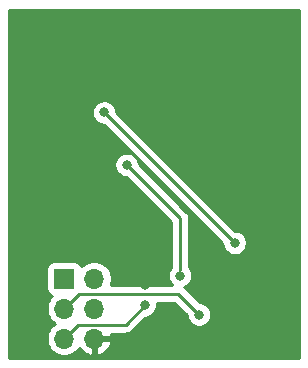
<source format=gbr>
%TF.GenerationSoftware,KiCad,Pcbnew,(5.1.9)-1*%
%TF.CreationDate,2021-01-02T03:16:17-08:00*%
%TF.ProjectId,xiao-isp-programmer,7869616f-2d69-4737-902d-70726f677261,rev?*%
%TF.SameCoordinates,Original*%
%TF.FileFunction,Copper,L2,Bot*%
%TF.FilePolarity,Positive*%
%FSLAX46Y46*%
G04 Gerber Fmt 4.6, Leading zero omitted, Abs format (unit mm)*
G04 Created by KiCad (PCBNEW (5.1.9)-1) date 2021-01-02 03:16:17*
%MOMM*%
%LPD*%
G01*
G04 APERTURE LIST*
%TA.AperFunction,ComponentPad*%
%ADD10R,1.700000X1.700000*%
%TD*%
%TA.AperFunction,ComponentPad*%
%ADD11O,1.700000X1.700000*%
%TD*%
%TA.AperFunction,ViaPad*%
%ADD12C,0.800000*%
%TD*%
%TA.AperFunction,Conductor*%
%ADD13C,0.250000*%
%TD*%
%TA.AperFunction,Conductor*%
%ADD14C,0.254000*%
%TD*%
%TA.AperFunction,Conductor*%
%ADD15C,0.100000*%
%TD*%
G04 APERTURE END LIST*
D10*
%TO.P,J1,1*%
%TO.N,MISO*%
X49530000Y-168402000D03*
D11*
%TO.P,J1,2*%
%TO.N,+5V*%
X52070000Y-168402000D03*
%TO.P,J1,3*%
%TO.N,SCK*%
X49530000Y-170942000D03*
%TO.P,J1,4*%
%TO.N,MOSI*%
X52070000Y-170942000D03*
%TO.P,J1,5*%
%TO.N,~RESET*%
X49530000Y-173482000D03*
%TO.P,J1,6*%
%TO.N,GND*%
X52070000Y-173482000D03*
%TD*%
D12*
%TO.N,GND*%
X65092500Y-168216500D03*
X45466000Y-149352000D03*
X67513199Y-150418801D03*
X56388000Y-168910000D03*
%TO.N,SCK*%
X60960000Y-171450000D03*
%TO.N,~RESET*%
X56355643Y-170685599D03*
%TO.N,OE*%
X54835660Y-158778340D03*
X59367500Y-168148000D03*
%TO.N,RESET*%
X52930660Y-154333340D03*
X63979660Y-165382340D03*
%TD*%
D13*
%TO.N,SCK*%
X50800000Y-169672000D02*
X49530000Y-170942000D01*
X59182000Y-169672000D02*
X50800000Y-169672000D01*
X60960000Y-171450000D02*
X59182000Y-169672000D01*
%TO.N,~RESET*%
X50705001Y-172306999D02*
X49530000Y-173482000D01*
X54734243Y-172306999D02*
X50705001Y-172306999D01*
X56355643Y-170685599D02*
X54734243Y-172306999D01*
%TO.N,OE*%
X59367500Y-163310180D02*
X54835660Y-158778340D01*
X59367500Y-167708500D02*
X59367500Y-163310180D01*
%TO.N,RESET*%
X52930660Y-154333340D02*
X63979660Y-165382340D01*
%TD*%
D14*
%TO.N,GND*%
X69444000Y-175108000D02*
X44856000Y-175108000D01*
X44856000Y-167552000D01*
X48041928Y-167552000D01*
X48041928Y-169252000D01*
X48054188Y-169376482D01*
X48090498Y-169496180D01*
X48149463Y-169606494D01*
X48228815Y-169703185D01*
X48325506Y-169782537D01*
X48435820Y-169841502D01*
X48508380Y-169863513D01*
X48376525Y-169995368D01*
X48214010Y-170238589D01*
X48102068Y-170508842D01*
X48045000Y-170795740D01*
X48045000Y-171088260D01*
X48102068Y-171375158D01*
X48214010Y-171645411D01*
X48376525Y-171888632D01*
X48583368Y-172095475D01*
X48757760Y-172212000D01*
X48583368Y-172328525D01*
X48376525Y-172535368D01*
X48214010Y-172778589D01*
X48102068Y-173048842D01*
X48045000Y-173335740D01*
X48045000Y-173628260D01*
X48102068Y-173915158D01*
X48214010Y-174185411D01*
X48376525Y-174428632D01*
X48583368Y-174635475D01*
X48826589Y-174797990D01*
X49096842Y-174909932D01*
X49383740Y-174967000D01*
X49676260Y-174967000D01*
X49963158Y-174909932D01*
X50233411Y-174797990D01*
X50476632Y-174635475D01*
X50683475Y-174428632D01*
X50801100Y-174252594D01*
X50972412Y-174482269D01*
X51188645Y-174677178D01*
X51438748Y-174826157D01*
X51713109Y-174923481D01*
X51943000Y-174802814D01*
X51943000Y-173609000D01*
X52197000Y-173609000D01*
X52197000Y-174802814D01*
X52426891Y-174923481D01*
X52701252Y-174826157D01*
X52951355Y-174677178D01*
X53167588Y-174482269D01*
X53341641Y-174248920D01*
X53466825Y-173986099D01*
X53511476Y-173838890D01*
X53390155Y-173609000D01*
X52197000Y-173609000D01*
X51943000Y-173609000D01*
X51923000Y-173609000D01*
X51923000Y-173355000D01*
X51943000Y-173355000D01*
X51943000Y-173335000D01*
X52197000Y-173335000D01*
X52197000Y-173355000D01*
X53390155Y-173355000D01*
X53511476Y-173125110D01*
X53493850Y-173066999D01*
X54696921Y-173066999D01*
X54734243Y-173070675D01*
X54771565Y-173066999D01*
X54771576Y-173066999D01*
X54883229Y-173056002D01*
X55026490Y-173012545D01*
X55158519Y-172941973D01*
X55274244Y-172847000D01*
X55298047Y-172817996D01*
X56395445Y-171720599D01*
X56457582Y-171720599D01*
X56657541Y-171680825D01*
X56845899Y-171602804D01*
X57015417Y-171489536D01*
X57159580Y-171345373D01*
X57272848Y-171175855D01*
X57350869Y-170987497D01*
X57390643Y-170787538D01*
X57390643Y-170583660D01*
X57360476Y-170432000D01*
X58867199Y-170432000D01*
X59925000Y-171489802D01*
X59925000Y-171551939D01*
X59964774Y-171751898D01*
X60042795Y-171940256D01*
X60156063Y-172109774D01*
X60300226Y-172253937D01*
X60469744Y-172367205D01*
X60658102Y-172445226D01*
X60858061Y-172485000D01*
X61061939Y-172485000D01*
X61261898Y-172445226D01*
X61450256Y-172367205D01*
X61619774Y-172253937D01*
X61763937Y-172109774D01*
X61877205Y-171940256D01*
X61955226Y-171751898D01*
X61995000Y-171551939D01*
X61995000Y-171348061D01*
X61955226Y-171148102D01*
X61877205Y-170959744D01*
X61763937Y-170790226D01*
X61619774Y-170646063D01*
X61450256Y-170532795D01*
X61261898Y-170454774D01*
X61061939Y-170415000D01*
X60999802Y-170415000D01*
X59745804Y-169161003D01*
X59722001Y-169131999D01*
X59713448Y-169124980D01*
X59857756Y-169065205D01*
X60027274Y-168951937D01*
X60171437Y-168807774D01*
X60284705Y-168638256D01*
X60362726Y-168449898D01*
X60402500Y-168249939D01*
X60402500Y-168046061D01*
X60362726Y-167846102D01*
X60284705Y-167657744D01*
X60171437Y-167488226D01*
X60127500Y-167444289D01*
X60127500Y-163347513D01*
X60131177Y-163310180D01*
X60116503Y-163161194D01*
X60073046Y-163017933D01*
X60002474Y-162885904D01*
X59931299Y-162799177D01*
X59907501Y-162770179D01*
X59878503Y-162746381D01*
X55870660Y-158738539D01*
X55870660Y-158676401D01*
X55830886Y-158476442D01*
X55752865Y-158288084D01*
X55639597Y-158118566D01*
X55495434Y-157974403D01*
X55325916Y-157861135D01*
X55137558Y-157783114D01*
X54937599Y-157743340D01*
X54733721Y-157743340D01*
X54533762Y-157783114D01*
X54345404Y-157861135D01*
X54175886Y-157974403D01*
X54031723Y-158118566D01*
X53918455Y-158288084D01*
X53840434Y-158476442D01*
X53800660Y-158676401D01*
X53800660Y-158880279D01*
X53840434Y-159080238D01*
X53918455Y-159268596D01*
X54031723Y-159438114D01*
X54175886Y-159582277D01*
X54345404Y-159695545D01*
X54533762Y-159773566D01*
X54733721Y-159813340D01*
X54795859Y-159813340D01*
X58607501Y-163624983D01*
X58607500Y-167444289D01*
X58563563Y-167488226D01*
X58450295Y-167657744D01*
X58372274Y-167846102D01*
X58332500Y-168046061D01*
X58332500Y-168249939D01*
X58372274Y-168449898D01*
X58450295Y-168638256D01*
X58563563Y-168807774D01*
X58667789Y-168912000D01*
X53466103Y-168912000D01*
X53497932Y-168835158D01*
X53555000Y-168548260D01*
X53555000Y-168255740D01*
X53497932Y-167968842D01*
X53385990Y-167698589D01*
X53223475Y-167455368D01*
X53016632Y-167248525D01*
X52773411Y-167086010D01*
X52503158Y-166974068D01*
X52216260Y-166917000D01*
X51923740Y-166917000D01*
X51636842Y-166974068D01*
X51366589Y-167086010D01*
X51123368Y-167248525D01*
X50991513Y-167380380D01*
X50969502Y-167307820D01*
X50910537Y-167197506D01*
X50831185Y-167100815D01*
X50734494Y-167021463D01*
X50624180Y-166962498D01*
X50504482Y-166926188D01*
X50380000Y-166913928D01*
X48680000Y-166913928D01*
X48555518Y-166926188D01*
X48435820Y-166962498D01*
X48325506Y-167021463D01*
X48228815Y-167100815D01*
X48149463Y-167197506D01*
X48090498Y-167307820D01*
X48054188Y-167427518D01*
X48041928Y-167552000D01*
X44856000Y-167552000D01*
X44856000Y-154231401D01*
X51895660Y-154231401D01*
X51895660Y-154435279D01*
X51935434Y-154635238D01*
X52013455Y-154823596D01*
X52126723Y-154993114D01*
X52270886Y-155137277D01*
X52440404Y-155250545D01*
X52628762Y-155328566D01*
X52828721Y-155368340D01*
X52890859Y-155368340D01*
X62944660Y-165422142D01*
X62944660Y-165484279D01*
X62984434Y-165684238D01*
X63062455Y-165872596D01*
X63175723Y-166042114D01*
X63319886Y-166186277D01*
X63489404Y-166299545D01*
X63677762Y-166377566D01*
X63877721Y-166417340D01*
X64081599Y-166417340D01*
X64281558Y-166377566D01*
X64469916Y-166299545D01*
X64639434Y-166186277D01*
X64783597Y-166042114D01*
X64896865Y-165872596D01*
X64974886Y-165684238D01*
X65014660Y-165484279D01*
X65014660Y-165280401D01*
X64974886Y-165080442D01*
X64896865Y-164892084D01*
X64783597Y-164722566D01*
X64639434Y-164578403D01*
X64469916Y-164465135D01*
X64281558Y-164387114D01*
X64081599Y-164347340D01*
X64019462Y-164347340D01*
X53965660Y-154293539D01*
X53965660Y-154231401D01*
X53925886Y-154031442D01*
X53847865Y-153843084D01*
X53734597Y-153673566D01*
X53590434Y-153529403D01*
X53420916Y-153416135D01*
X53232558Y-153338114D01*
X53032599Y-153298340D01*
X52828721Y-153298340D01*
X52628762Y-153338114D01*
X52440404Y-153416135D01*
X52270886Y-153529403D01*
X52126723Y-153673566D01*
X52013455Y-153843084D01*
X51935434Y-154031442D01*
X51895660Y-154231401D01*
X44856000Y-154231401D01*
X44856000Y-145694000D01*
X69444001Y-145694000D01*
X69444000Y-175108000D01*
%TA.AperFunction,Conductor*%
D15*
G36*
X69444000Y-175108000D02*
G01*
X44856000Y-175108000D01*
X44856000Y-167552000D01*
X48041928Y-167552000D01*
X48041928Y-169252000D01*
X48054188Y-169376482D01*
X48090498Y-169496180D01*
X48149463Y-169606494D01*
X48228815Y-169703185D01*
X48325506Y-169782537D01*
X48435820Y-169841502D01*
X48508380Y-169863513D01*
X48376525Y-169995368D01*
X48214010Y-170238589D01*
X48102068Y-170508842D01*
X48045000Y-170795740D01*
X48045000Y-171088260D01*
X48102068Y-171375158D01*
X48214010Y-171645411D01*
X48376525Y-171888632D01*
X48583368Y-172095475D01*
X48757760Y-172212000D01*
X48583368Y-172328525D01*
X48376525Y-172535368D01*
X48214010Y-172778589D01*
X48102068Y-173048842D01*
X48045000Y-173335740D01*
X48045000Y-173628260D01*
X48102068Y-173915158D01*
X48214010Y-174185411D01*
X48376525Y-174428632D01*
X48583368Y-174635475D01*
X48826589Y-174797990D01*
X49096842Y-174909932D01*
X49383740Y-174967000D01*
X49676260Y-174967000D01*
X49963158Y-174909932D01*
X50233411Y-174797990D01*
X50476632Y-174635475D01*
X50683475Y-174428632D01*
X50801100Y-174252594D01*
X50972412Y-174482269D01*
X51188645Y-174677178D01*
X51438748Y-174826157D01*
X51713109Y-174923481D01*
X51943000Y-174802814D01*
X51943000Y-173609000D01*
X52197000Y-173609000D01*
X52197000Y-174802814D01*
X52426891Y-174923481D01*
X52701252Y-174826157D01*
X52951355Y-174677178D01*
X53167588Y-174482269D01*
X53341641Y-174248920D01*
X53466825Y-173986099D01*
X53511476Y-173838890D01*
X53390155Y-173609000D01*
X52197000Y-173609000D01*
X51943000Y-173609000D01*
X51923000Y-173609000D01*
X51923000Y-173355000D01*
X51943000Y-173355000D01*
X51943000Y-173335000D01*
X52197000Y-173335000D01*
X52197000Y-173355000D01*
X53390155Y-173355000D01*
X53511476Y-173125110D01*
X53493850Y-173066999D01*
X54696921Y-173066999D01*
X54734243Y-173070675D01*
X54771565Y-173066999D01*
X54771576Y-173066999D01*
X54883229Y-173056002D01*
X55026490Y-173012545D01*
X55158519Y-172941973D01*
X55274244Y-172847000D01*
X55298047Y-172817996D01*
X56395445Y-171720599D01*
X56457582Y-171720599D01*
X56657541Y-171680825D01*
X56845899Y-171602804D01*
X57015417Y-171489536D01*
X57159580Y-171345373D01*
X57272848Y-171175855D01*
X57350869Y-170987497D01*
X57390643Y-170787538D01*
X57390643Y-170583660D01*
X57360476Y-170432000D01*
X58867199Y-170432000D01*
X59925000Y-171489802D01*
X59925000Y-171551939D01*
X59964774Y-171751898D01*
X60042795Y-171940256D01*
X60156063Y-172109774D01*
X60300226Y-172253937D01*
X60469744Y-172367205D01*
X60658102Y-172445226D01*
X60858061Y-172485000D01*
X61061939Y-172485000D01*
X61261898Y-172445226D01*
X61450256Y-172367205D01*
X61619774Y-172253937D01*
X61763937Y-172109774D01*
X61877205Y-171940256D01*
X61955226Y-171751898D01*
X61995000Y-171551939D01*
X61995000Y-171348061D01*
X61955226Y-171148102D01*
X61877205Y-170959744D01*
X61763937Y-170790226D01*
X61619774Y-170646063D01*
X61450256Y-170532795D01*
X61261898Y-170454774D01*
X61061939Y-170415000D01*
X60999802Y-170415000D01*
X59745804Y-169161003D01*
X59722001Y-169131999D01*
X59713448Y-169124980D01*
X59857756Y-169065205D01*
X60027274Y-168951937D01*
X60171437Y-168807774D01*
X60284705Y-168638256D01*
X60362726Y-168449898D01*
X60402500Y-168249939D01*
X60402500Y-168046061D01*
X60362726Y-167846102D01*
X60284705Y-167657744D01*
X60171437Y-167488226D01*
X60127500Y-167444289D01*
X60127500Y-163347513D01*
X60131177Y-163310180D01*
X60116503Y-163161194D01*
X60073046Y-163017933D01*
X60002474Y-162885904D01*
X59931299Y-162799177D01*
X59907501Y-162770179D01*
X59878503Y-162746381D01*
X55870660Y-158738539D01*
X55870660Y-158676401D01*
X55830886Y-158476442D01*
X55752865Y-158288084D01*
X55639597Y-158118566D01*
X55495434Y-157974403D01*
X55325916Y-157861135D01*
X55137558Y-157783114D01*
X54937599Y-157743340D01*
X54733721Y-157743340D01*
X54533762Y-157783114D01*
X54345404Y-157861135D01*
X54175886Y-157974403D01*
X54031723Y-158118566D01*
X53918455Y-158288084D01*
X53840434Y-158476442D01*
X53800660Y-158676401D01*
X53800660Y-158880279D01*
X53840434Y-159080238D01*
X53918455Y-159268596D01*
X54031723Y-159438114D01*
X54175886Y-159582277D01*
X54345404Y-159695545D01*
X54533762Y-159773566D01*
X54733721Y-159813340D01*
X54795859Y-159813340D01*
X58607501Y-163624983D01*
X58607500Y-167444289D01*
X58563563Y-167488226D01*
X58450295Y-167657744D01*
X58372274Y-167846102D01*
X58332500Y-168046061D01*
X58332500Y-168249939D01*
X58372274Y-168449898D01*
X58450295Y-168638256D01*
X58563563Y-168807774D01*
X58667789Y-168912000D01*
X53466103Y-168912000D01*
X53497932Y-168835158D01*
X53555000Y-168548260D01*
X53555000Y-168255740D01*
X53497932Y-167968842D01*
X53385990Y-167698589D01*
X53223475Y-167455368D01*
X53016632Y-167248525D01*
X52773411Y-167086010D01*
X52503158Y-166974068D01*
X52216260Y-166917000D01*
X51923740Y-166917000D01*
X51636842Y-166974068D01*
X51366589Y-167086010D01*
X51123368Y-167248525D01*
X50991513Y-167380380D01*
X50969502Y-167307820D01*
X50910537Y-167197506D01*
X50831185Y-167100815D01*
X50734494Y-167021463D01*
X50624180Y-166962498D01*
X50504482Y-166926188D01*
X50380000Y-166913928D01*
X48680000Y-166913928D01*
X48555518Y-166926188D01*
X48435820Y-166962498D01*
X48325506Y-167021463D01*
X48228815Y-167100815D01*
X48149463Y-167197506D01*
X48090498Y-167307820D01*
X48054188Y-167427518D01*
X48041928Y-167552000D01*
X44856000Y-167552000D01*
X44856000Y-154231401D01*
X51895660Y-154231401D01*
X51895660Y-154435279D01*
X51935434Y-154635238D01*
X52013455Y-154823596D01*
X52126723Y-154993114D01*
X52270886Y-155137277D01*
X52440404Y-155250545D01*
X52628762Y-155328566D01*
X52828721Y-155368340D01*
X52890859Y-155368340D01*
X62944660Y-165422142D01*
X62944660Y-165484279D01*
X62984434Y-165684238D01*
X63062455Y-165872596D01*
X63175723Y-166042114D01*
X63319886Y-166186277D01*
X63489404Y-166299545D01*
X63677762Y-166377566D01*
X63877721Y-166417340D01*
X64081599Y-166417340D01*
X64281558Y-166377566D01*
X64469916Y-166299545D01*
X64639434Y-166186277D01*
X64783597Y-166042114D01*
X64896865Y-165872596D01*
X64974886Y-165684238D01*
X65014660Y-165484279D01*
X65014660Y-165280401D01*
X64974886Y-165080442D01*
X64896865Y-164892084D01*
X64783597Y-164722566D01*
X64639434Y-164578403D01*
X64469916Y-164465135D01*
X64281558Y-164387114D01*
X64081599Y-164347340D01*
X64019462Y-164347340D01*
X53965660Y-154293539D01*
X53965660Y-154231401D01*
X53925886Y-154031442D01*
X53847865Y-153843084D01*
X53734597Y-153673566D01*
X53590434Y-153529403D01*
X53420916Y-153416135D01*
X53232558Y-153338114D01*
X53032599Y-153298340D01*
X52828721Y-153298340D01*
X52628762Y-153338114D01*
X52440404Y-153416135D01*
X52270886Y-153529403D01*
X52126723Y-153673566D01*
X52013455Y-153843084D01*
X51935434Y-154031442D01*
X51895660Y-154231401D01*
X44856000Y-154231401D01*
X44856000Y-145694000D01*
X69444001Y-145694000D01*
X69444000Y-175108000D01*
G37*
%TD.AperFunction*%
%TD*%
M02*

</source>
